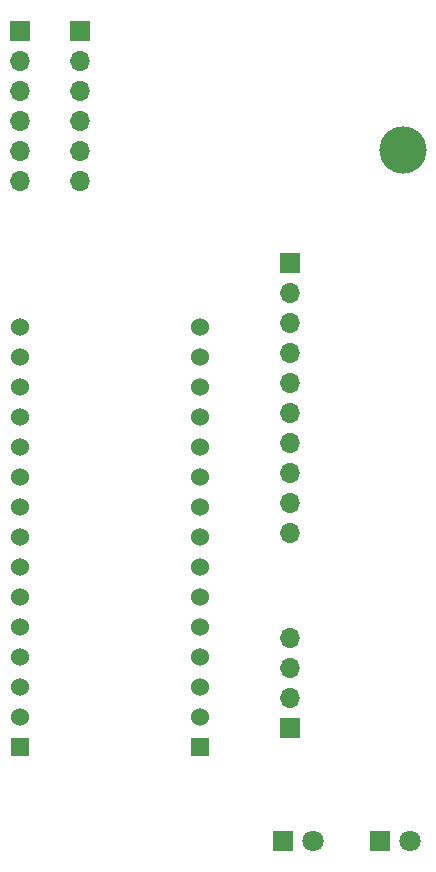
<source format=gbr>
%TF.GenerationSoftware,KiCad,Pcbnew,(6.0.7)*%
%TF.CreationDate,2023-08-01T01:27:09+09:00*%
%TF.ProjectId,graduate-project,67726164-7561-4746-952d-70726f6a6563,rev?*%
%TF.SameCoordinates,Original*%
%TF.FileFunction,Soldermask,Bot*%
%TF.FilePolarity,Negative*%
%FSLAX46Y46*%
G04 Gerber Fmt 4.6, Leading zero omitted, Abs format (unit mm)*
G04 Created by KiCad (PCBNEW (6.0.7)) date 2023-08-01 01:27:09*
%MOMM*%
%LPD*%
G01*
G04 APERTURE LIST*
%ADD10R,1.700000X1.700000*%
%ADD11O,1.700000X1.700000*%
%ADD12R,1.800000X1.800000*%
%ADD13C,1.800000*%
%ADD14R,1.530000X1.530000*%
%ADD15C,1.530000*%
%ADD16C,4.000000*%
G04 APERTURE END LIST*
D10*
%TO.C,J2*%
X78740000Y-61625000D03*
D11*
X78740000Y-64165000D03*
X78740000Y-66705000D03*
X78740000Y-69245000D03*
X78740000Y-71785000D03*
X78740000Y-74325000D03*
X78740000Y-76865000D03*
X78740000Y-79405000D03*
X78740000Y-81945000D03*
X78740000Y-84485000D03*
%TD*%
D12*
%TO.C,D1*%
X78100000Y-110490000D03*
D13*
X80640000Y-110490000D03*
%TD*%
D12*
%TO.C,D2*%
X86355000Y-110490000D03*
D13*
X88895000Y-110490000D03*
%TD*%
D14*
%TO.C,U1*%
X71120000Y-102575000D03*
D15*
X71120000Y-100035000D03*
X71120000Y-97495000D03*
X71120000Y-94955000D03*
X71120000Y-92415000D03*
X71120000Y-89875000D03*
X71120000Y-87335000D03*
X71120000Y-84795000D03*
X71120000Y-82255000D03*
X71120000Y-79715000D03*
X71120000Y-77175000D03*
X71120000Y-74635000D03*
X71120000Y-72095000D03*
X71120000Y-69555000D03*
X71120000Y-67015000D03*
D14*
X55880000Y-102575000D03*
D15*
X55880000Y-100035000D03*
X55880000Y-97495000D03*
X55880000Y-94955000D03*
X55880000Y-92415000D03*
X55880000Y-89875000D03*
X55880000Y-87335000D03*
X55880000Y-84795000D03*
X55880000Y-82255000D03*
X55880000Y-79715000D03*
X55880000Y-77175000D03*
X55880000Y-74635000D03*
X55880000Y-72095000D03*
X55880000Y-69555000D03*
X55880000Y-67015000D03*
%TD*%
D10*
%TO.C,J5*%
X55905000Y-41935000D03*
D11*
X55905000Y-44475000D03*
X55905000Y-47015000D03*
X55905000Y-49555000D03*
X55905000Y-52095000D03*
X55905000Y-54635000D03*
%TD*%
D10*
%TO.C,J3*%
X78715000Y-100955000D03*
D11*
X78715000Y-98415000D03*
X78715000Y-95875000D03*
X78715000Y-93335000D03*
%TD*%
D16*
%TO.C,J1*%
X88265000Y-51990000D03*
%TD*%
D10*
%TO.C,J4*%
X60985000Y-41935000D03*
D11*
X60985000Y-44475000D03*
X60985000Y-47015000D03*
X60985000Y-49555000D03*
X60985000Y-52095000D03*
X60985000Y-54635000D03*
%TD*%
M02*

</source>
